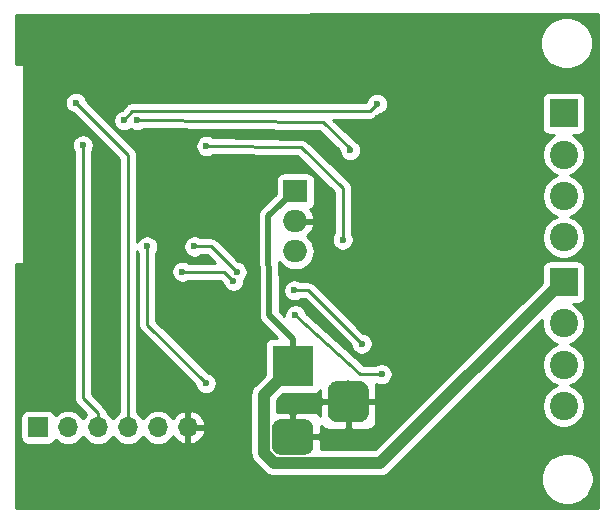
<source format=gbr>
G04 #@! TF.GenerationSoftware,KiCad,Pcbnew,5.1.4-e60b266~84~ubuntu19.04.1*
G04 #@! TF.CreationDate,2019-10-12T14:22:31-07:00*
G04 #@! TF.ProjectId,esp_lights,6573705f-6c69-4676-9874-732e6b696361,rev?*
G04 #@! TF.SameCoordinates,Original*
G04 #@! TF.FileFunction,Copper,L2,Bot*
G04 #@! TF.FilePolarity,Positive*
%FSLAX46Y46*%
G04 Gerber Fmt 4.6, Leading zero omitted, Abs format (unit mm)*
G04 Created by KiCad (PCBNEW 5.1.4-e60b266~84~ubuntu19.04.1) date 2019-10-12 14:22:31*
%MOMM*%
%LPD*%
G04 APERTURE LIST*
%ADD10O,1.700000X1.700000*%
%ADD11R,1.700000X1.700000*%
%ADD12C,0.100000*%
%ADD13C,3.500000*%
%ADD14C,3.000000*%
%ADD15R,3.500000X3.500000*%
%ADD16O,2.000000X1.905000*%
%ADD17R,2.000000X1.905000*%
%ADD18R,2.400000X2.400000*%
%ADD19C,2.400000*%
%ADD20C,0.600000*%
%ADD21C,0.500000*%
%ADD22C,1.000000*%
%ADD23C,0.250000*%
%ADD24C,0.254000*%
G04 APERTURE END LIST*
D10*
X157500000Y-96600000D03*
X154960000Y-96600000D03*
X152420000Y-96600000D03*
X149880000Y-96600000D03*
X147340000Y-96600000D03*
D11*
X144800000Y-96600000D03*
D12*
G36*
X172030765Y-92654213D02*
G01*
X172115704Y-92666813D01*
X172198999Y-92687677D01*
X172279848Y-92716605D01*
X172357472Y-92753319D01*
X172431124Y-92797464D01*
X172500094Y-92848616D01*
X172563718Y-92906282D01*
X172621384Y-92969906D01*
X172672536Y-93038876D01*
X172716681Y-93112528D01*
X172753395Y-93190152D01*
X172782323Y-93271001D01*
X172803187Y-93354296D01*
X172815787Y-93439235D01*
X172820000Y-93525000D01*
X172820000Y-95275000D01*
X172815787Y-95360765D01*
X172803187Y-95445704D01*
X172782323Y-95528999D01*
X172753395Y-95609848D01*
X172716681Y-95687472D01*
X172672536Y-95761124D01*
X172621384Y-95830094D01*
X172563718Y-95893718D01*
X172500094Y-95951384D01*
X172431124Y-96002536D01*
X172357472Y-96046681D01*
X172279848Y-96083395D01*
X172198999Y-96112323D01*
X172115704Y-96133187D01*
X172030765Y-96145787D01*
X171945000Y-96150000D01*
X170195000Y-96150000D01*
X170109235Y-96145787D01*
X170024296Y-96133187D01*
X169941001Y-96112323D01*
X169860152Y-96083395D01*
X169782528Y-96046681D01*
X169708876Y-96002536D01*
X169639906Y-95951384D01*
X169576282Y-95893718D01*
X169518616Y-95830094D01*
X169467464Y-95761124D01*
X169423319Y-95687472D01*
X169386605Y-95609848D01*
X169357677Y-95528999D01*
X169336813Y-95445704D01*
X169324213Y-95360765D01*
X169320000Y-95275000D01*
X169320000Y-93525000D01*
X169324213Y-93439235D01*
X169336813Y-93354296D01*
X169357677Y-93271001D01*
X169386605Y-93190152D01*
X169423319Y-93112528D01*
X169467464Y-93038876D01*
X169518616Y-92969906D01*
X169576282Y-92906282D01*
X169639906Y-92848616D01*
X169708876Y-92797464D01*
X169782528Y-92753319D01*
X169860152Y-92716605D01*
X169941001Y-92687677D01*
X170024296Y-92666813D01*
X170109235Y-92654213D01*
X170195000Y-92650000D01*
X171945000Y-92650000D01*
X172030765Y-92654213D01*
X172030765Y-92654213D01*
G37*
D13*
X171070000Y-94400000D03*
D12*
G36*
X167443513Y-95903611D02*
G01*
X167516318Y-95914411D01*
X167587714Y-95932295D01*
X167657013Y-95957090D01*
X167723548Y-95988559D01*
X167786678Y-96026398D01*
X167845795Y-96070242D01*
X167900330Y-96119670D01*
X167949758Y-96174205D01*
X167993602Y-96233322D01*
X168031441Y-96296452D01*
X168062910Y-96362987D01*
X168087705Y-96432286D01*
X168105589Y-96503682D01*
X168116389Y-96576487D01*
X168120000Y-96650000D01*
X168120000Y-98150000D01*
X168116389Y-98223513D01*
X168105589Y-98296318D01*
X168087705Y-98367714D01*
X168062910Y-98437013D01*
X168031441Y-98503548D01*
X167993602Y-98566678D01*
X167949758Y-98625795D01*
X167900330Y-98680330D01*
X167845795Y-98729758D01*
X167786678Y-98773602D01*
X167723548Y-98811441D01*
X167657013Y-98842910D01*
X167587714Y-98867705D01*
X167516318Y-98885589D01*
X167443513Y-98896389D01*
X167370000Y-98900000D01*
X165370000Y-98900000D01*
X165296487Y-98896389D01*
X165223682Y-98885589D01*
X165152286Y-98867705D01*
X165082987Y-98842910D01*
X165016452Y-98811441D01*
X164953322Y-98773602D01*
X164894205Y-98729758D01*
X164839670Y-98680330D01*
X164790242Y-98625795D01*
X164746398Y-98566678D01*
X164708559Y-98503548D01*
X164677090Y-98437013D01*
X164652295Y-98367714D01*
X164634411Y-98296318D01*
X164623611Y-98223513D01*
X164620000Y-98150000D01*
X164620000Y-96650000D01*
X164623611Y-96576487D01*
X164634411Y-96503682D01*
X164652295Y-96432286D01*
X164677090Y-96362987D01*
X164708559Y-96296452D01*
X164746398Y-96233322D01*
X164790242Y-96174205D01*
X164839670Y-96119670D01*
X164894205Y-96070242D01*
X164953322Y-96026398D01*
X165016452Y-95988559D01*
X165082987Y-95957090D01*
X165152286Y-95932295D01*
X165223682Y-95914411D01*
X165296487Y-95903611D01*
X165370000Y-95900000D01*
X167370000Y-95900000D01*
X167443513Y-95903611D01*
X167443513Y-95903611D01*
G37*
D14*
X166370000Y-97400000D03*
D15*
X166370000Y-91400000D03*
D16*
X166600000Y-81680000D03*
X166600000Y-79140000D03*
D17*
X166600000Y-76600000D03*
D18*
X189300000Y-70000000D03*
D19*
X189300000Y-73500000D03*
X189300000Y-77000000D03*
X189300000Y-80500000D03*
X189300000Y-94800000D03*
X189300000Y-91300000D03*
X189300000Y-87800000D03*
D18*
X189300000Y-84300000D03*
D20*
X160300000Y-63774990D03*
X173600000Y-78000000D03*
X173600000Y-70400000D03*
X174300000Y-62800000D03*
X168800000Y-79500000D03*
X162600000Y-80800000D03*
X184700000Y-72100000D03*
X185000000Y-77300000D03*
X184660000Y-80960000D03*
X184300000Y-87310000D03*
X184540000Y-93660000D03*
X183710000Y-100010000D03*
X166131318Y-71674990D03*
X148600000Y-72700000D03*
X148000000Y-69100000D03*
X173500000Y-69200000D03*
X152100000Y-70600000D03*
X153200000Y-70600000D03*
X171240000Y-73130000D03*
X170600000Y-80700000D03*
X159060000Y-72770000D03*
X172200000Y-89500000D03*
X166500000Y-85000000D03*
X161620000Y-83440000D03*
X158050000Y-81280000D03*
X173900000Y-92100000D03*
X166600000Y-87100000D03*
X161340000Y-84190000D03*
X157030000Y-83410000D03*
X159010000Y-92860000D03*
X154050000Y-81280000D03*
D21*
X166552500Y-76600000D02*
X166600000Y-76600000D01*
X164300000Y-78700000D02*
X166552500Y-76600000D01*
X166370000Y-89150000D02*
X164400000Y-87100000D01*
X164400000Y-87100000D02*
X164300000Y-78700000D01*
X166370000Y-91400000D02*
X166370000Y-89150000D01*
D22*
X163919990Y-98750616D02*
X163919990Y-93850010D01*
X163919990Y-93850010D02*
X166370000Y-91400000D01*
X173799990Y-99600010D02*
X164769384Y-99600010D01*
X164769384Y-99600010D02*
X163919990Y-98750616D01*
X189300000Y-84100000D02*
X173799990Y-99600010D01*
D23*
X148600000Y-94117919D02*
X148600000Y-92540000D01*
X149880000Y-95397919D02*
X148600000Y-94117919D01*
X149880000Y-96600000D02*
X149880000Y-95397919D01*
X148600000Y-92540000D02*
X148600000Y-92700000D01*
X148600000Y-72700000D02*
X148600000Y-92540000D01*
X152420000Y-73520000D02*
X148000000Y-69100000D01*
X152420000Y-96600000D02*
X152420000Y-73520000D01*
X172900000Y-69800000D02*
X173500000Y-69200000D01*
X152800000Y-69800000D02*
X172900000Y-69800000D01*
X152100000Y-70600000D02*
X152800000Y-69800000D01*
X168910000Y-70780000D02*
X153200000Y-70600000D01*
X171290000Y-73010000D02*
X168910000Y-70780000D01*
X170600000Y-78062498D02*
X170600000Y-80700000D01*
X170600000Y-76330000D02*
X170600000Y-78062498D01*
X167040000Y-72900000D02*
X170600000Y-76330000D01*
X159060000Y-72770000D02*
X167040000Y-72900000D01*
X167700000Y-85000000D02*
X166500000Y-85000000D01*
X172200000Y-89500000D02*
X167700000Y-85000000D01*
X159460000Y-81280000D02*
X158050000Y-81280000D01*
X161620000Y-83440000D02*
X159460000Y-81280000D01*
X172100000Y-92100000D02*
X173900000Y-92100000D01*
X166600000Y-87100000D02*
X172100000Y-92100000D01*
X160560000Y-83410000D02*
X157030000Y-83410000D01*
X161340000Y-84190000D02*
X160560000Y-83410000D01*
X154050000Y-87900000D02*
X154050000Y-81280000D01*
X159010000Y-92860000D02*
X154050000Y-87900000D01*
D24*
G36*
X192190001Y-103390561D02*
G01*
X142950000Y-103429439D01*
X142950000Y-95750000D01*
X143311928Y-95750000D01*
X143311928Y-97450000D01*
X143324188Y-97574482D01*
X143360498Y-97694180D01*
X143419463Y-97804494D01*
X143498815Y-97901185D01*
X143595506Y-97980537D01*
X143705820Y-98039502D01*
X143825518Y-98075812D01*
X143950000Y-98088072D01*
X145650000Y-98088072D01*
X145774482Y-98075812D01*
X145894180Y-98039502D01*
X146004494Y-97980537D01*
X146101185Y-97901185D01*
X146180537Y-97804494D01*
X146239502Y-97694180D01*
X146260393Y-97625313D01*
X146284866Y-97655134D01*
X146510986Y-97840706D01*
X146768966Y-97978599D01*
X147048889Y-98063513D01*
X147267050Y-98085000D01*
X147412950Y-98085000D01*
X147631111Y-98063513D01*
X147911034Y-97978599D01*
X148169014Y-97840706D01*
X148395134Y-97655134D01*
X148580706Y-97429014D01*
X148610000Y-97374209D01*
X148639294Y-97429014D01*
X148824866Y-97655134D01*
X149050986Y-97840706D01*
X149308966Y-97978599D01*
X149588889Y-98063513D01*
X149807050Y-98085000D01*
X149952950Y-98085000D01*
X150171111Y-98063513D01*
X150451034Y-97978599D01*
X150709014Y-97840706D01*
X150935134Y-97655134D01*
X151120706Y-97429014D01*
X151150000Y-97374209D01*
X151179294Y-97429014D01*
X151364866Y-97655134D01*
X151590986Y-97840706D01*
X151848966Y-97978599D01*
X152128889Y-98063513D01*
X152347050Y-98085000D01*
X152492950Y-98085000D01*
X152711111Y-98063513D01*
X152991034Y-97978599D01*
X153249014Y-97840706D01*
X153475134Y-97655134D01*
X153660706Y-97429014D01*
X153690000Y-97374209D01*
X153719294Y-97429014D01*
X153904866Y-97655134D01*
X154130986Y-97840706D01*
X154388966Y-97978599D01*
X154668889Y-98063513D01*
X154887050Y-98085000D01*
X155032950Y-98085000D01*
X155251111Y-98063513D01*
X155531034Y-97978599D01*
X155789014Y-97840706D01*
X156015134Y-97655134D01*
X156200706Y-97429014D01*
X156235201Y-97364477D01*
X156304822Y-97481355D01*
X156499731Y-97697588D01*
X156733080Y-97871641D01*
X156995901Y-97996825D01*
X157143110Y-98041476D01*
X157373000Y-97920155D01*
X157373000Y-96727000D01*
X157627000Y-96727000D01*
X157627000Y-97920155D01*
X157856890Y-98041476D01*
X158004099Y-97996825D01*
X158266920Y-97871641D01*
X158500269Y-97697588D01*
X158695178Y-97481355D01*
X158844157Y-97231252D01*
X158941481Y-96956891D01*
X158820814Y-96727000D01*
X157627000Y-96727000D01*
X157373000Y-96727000D01*
X157353000Y-96727000D01*
X157353000Y-96473000D01*
X157373000Y-96473000D01*
X157373000Y-95279845D01*
X157627000Y-95279845D01*
X157627000Y-96473000D01*
X158820814Y-96473000D01*
X158941481Y-96243109D01*
X158844157Y-95968748D01*
X158695178Y-95718645D01*
X158500269Y-95502412D01*
X158266920Y-95328359D01*
X158004099Y-95203175D01*
X157856890Y-95158524D01*
X157627000Y-95279845D01*
X157373000Y-95279845D01*
X157143110Y-95158524D01*
X156995901Y-95203175D01*
X156733080Y-95328359D01*
X156499731Y-95502412D01*
X156304822Y-95718645D01*
X156235201Y-95835523D01*
X156200706Y-95770986D01*
X156015134Y-95544866D01*
X155789014Y-95359294D01*
X155531034Y-95221401D01*
X155251111Y-95136487D01*
X155032950Y-95115000D01*
X154887050Y-95115000D01*
X154668889Y-95136487D01*
X154388966Y-95221401D01*
X154130986Y-95359294D01*
X153904866Y-95544866D01*
X153719294Y-95770986D01*
X153690000Y-95825791D01*
X153660706Y-95770986D01*
X153475134Y-95544866D01*
X153249014Y-95359294D01*
X153180000Y-95322405D01*
X153180000Y-93850010D01*
X162779499Y-93850010D01*
X162784991Y-93905771D01*
X162784990Y-98694864D01*
X162779499Y-98750616D01*
X162784990Y-98806367D01*
X162801413Y-98973114D01*
X162866314Y-99187062D01*
X162971706Y-99384239D01*
X163113541Y-99557065D01*
X163156854Y-99592611D01*
X163927397Y-100363155D01*
X163962935Y-100406459D01*
X164006238Y-100441997D01*
X164006240Y-100441999D01*
X164135761Y-100548294D01*
X164332937Y-100653686D01*
X164546885Y-100718587D01*
X164769384Y-100740501D01*
X164825136Y-100735010D01*
X173744239Y-100735010D01*
X173799990Y-100740501D01*
X173806376Y-100739872D01*
X187365000Y-100739872D01*
X187365000Y-101180128D01*
X187450890Y-101611925D01*
X187619369Y-102018669D01*
X187863962Y-102384729D01*
X188175271Y-102696038D01*
X188541331Y-102940631D01*
X188948075Y-103109110D01*
X189379872Y-103195000D01*
X189820128Y-103195000D01*
X190251925Y-103109110D01*
X190658669Y-102940631D01*
X191024729Y-102696038D01*
X191336038Y-102384729D01*
X191580631Y-102018669D01*
X191749110Y-101611925D01*
X191835000Y-101180128D01*
X191835000Y-100739872D01*
X191749110Y-100308075D01*
X191580631Y-99901331D01*
X191336038Y-99535271D01*
X191024729Y-99223962D01*
X190658669Y-98979369D01*
X190251925Y-98810890D01*
X189820128Y-98725000D01*
X189379872Y-98725000D01*
X188948075Y-98810890D01*
X188541331Y-98979369D01*
X188175271Y-99223962D01*
X187863962Y-99535271D01*
X187619369Y-99901331D01*
X187450890Y-100308075D01*
X187365000Y-100739872D01*
X173806376Y-100739872D01*
X173855741Y-100735010D01*
X173855742Y-100735010D01*
X174022489Y-100718587D01*
X174236437Y-100653686D01*
X174433613Y-100548294D01*
X174606439Y-100406459D01*
X174641986Y-100363145D01*
X187484650Y-87520482D01*
X187465000Y-87619268D01*
X187465000Y-87980732D01*
X187535518Y-88335250D01*
X187673844Y-88669199D01*
X187874662Y-88969744D01*
X188130256Y-89225338D01*
X188430801Y-89426156D01*
X188729787Y-89550000D01*
X188430801Y-89673844D01*
X188130256Y-89874662D01*
X187874662Y-90130256D01*
X187673844Y-90430801D01*
X187535518Y-90764750D01*
X187465000Y-91119268D01*
X187465000Y-91480732D01*
X187535518Y-91835250D01*
X187673844Y-92169199D01*
X187874662Y-92469744D01*
X188130256Y-92725338D01*
X188430801Y-92926156D01*
X188729787Y-93050000D01*
X188430801Y-93173844D01*
X188130256Y-93374662D01*
X187874662Y-93630256D01*
X187673844Y-93930801D01*
X187535518Y-94264750D01*
X187465000Y-94619268D01*
X187465000Y-94980732D01*
X187535518Y-95335250D01*
X187673844Y-95669199D01*
X187874662Y-95969744D01*
X188130256Y-96225338D01*
X188430801Y-96426156D01*
X188764750Y-96564482D01*
X189119268Y-96635000D01*
X189480732Y-96635000D01*
X189835250Y-96564482D01*
X190169199Y-96426156D01*
X190469744Y-96225338D01*
X190725338Y-95969744D01*
X190926156Y-95669199D01*
X191064482Y-95335250D01*
X191135000Y-94980732D01*
X191135000Y-94619268D01*
X191064482Y-94264750D01*
X190926156Y-93930801D01*
X190725338Y-93630256D01*
X190469744Y-93374662D01*
X190169199Y-93173844D01*
X189870213Y-93050000D01*
X190169199Y-92926156D01*
X190469744Y-92725338D01*
X190725338Y-92469744D01*
X190926156Y-92169199D01*
X191064482Y-91835250D01*
X191135000Y-91480732D01*
X191135000Y-91119268D01*
X191064482Y-90764750D01*
X190926156Y-90430801D01*
X190725338Y-90130256D01*
X190469744Y-89874662D01*
X190169199Y-89673844D01*
X189870213Y-89550000D01*
X190169199Y-89426156D01*
X190469744Y-89225338D01*
X190725338Y-88969744D01*
X190926156Y-88669199D01*
X191064482Y-88335250D01*
X191135000Y-87980732D01*
X191135000Y-87619268D01*
X191064482Y-87264750D01*
X190926156Y-86930801D01*
X190725338Y-86630256D01*
X190469744Y-86374662D01*
X190169199Y-86173844D01*
X190082838Y-86138072D01*
X190500000Y-86138072D01*
X190624482Y-86125812D01*
X190744180Y-86089502D01*
X190854494Y-86030537D01*
X190951185Y-85951185D01*
X191030537Y-85854494D01*
X191089502Y-85744180D01*
X191125812Y-85624482D01*
X191138072Y-85500000D01*
X191138072Y-83100000D01*
X191125812Y-82975518D01*
X191089502Y-82855820D01*
X191030537Y-82745506D01*
X190951185Y-82648815D01*
X190854494Y-82569463D01*
X190744180Y-82510498D01*
X190624482Y-82474188D01*
X190500000Y-82461928D01*
X188100000Y-82461928D01*
X187975518Y-82474188D01*
X187855820Y-82510498D01*
X187745506Y-82569463D01*
X187648815Y-82648815D01*
X187569463Y-82745506D01*
X187510498Y-82855820D01*
X187474188Y-82975518D01*
X187461928Y-83100000D01*
X187461928Y-84332940D01*
X173329859Y-98465010D01*
X168756971Y-98465010D01*
X168755000Y-97685750D01*
X168596250Y-97527000D01*
X166497000Y-97527000D01*
X166497000Y-97547000D01*
X166243000Y-97547000D01*
X166243000Y-97527000D01*
X166223000Y-97527000D01*
X166223000Y-97273000D01*
X166243000Y-97273000D01*
X166243000Y-95423750D01*
X166497000Y-95423750D01*
X166497000Y-97273000D01*
X168596250Y-97273000D01*
X168755000Y-97114250D01*
X168756698Y-96443195D01*
X168789463Y-96504494D01*
X168868815Y-96601185D01*
X168965506Y-96680537D01*
X169075820Y-96739502D01*
X169195518Y-96775812D01*
X169320000Y-96788072D01*
X170784250Y-96785000D01*
X170943000Y-96626250D01*
X170943000Y-94527000D01*
X171197000Y-94527000D01*
X171197000Y-96626250D01*
X171355750Y-96785000D01*
X172820000Y-96788072D01*
X172944482Y-96775812D01*
X173064180Y-96739502D01*
X173174494Y-96680537D01*
X173271185Y-96601185D01*
X173350537Y-96504494D01*
X173409502Y-96394180D01*
X173445812Y-96274482D01*
X173458072Y-96150000D01*
X173455000Y-94685750D01*
X173296250Y-94527000D01*
X171197000Y-94527000D01*
X170943000Y-94527000D01*
X168843750Y-94527000D01*
X168685000Y-94685750D01*
X168683069Y-95606367D01*
X168650537Y-95545506D01*
X168571185Y-95448815D01*
X168474494Y-95369463D01*
X168364180Y-95310498D01*
X168244482Y-95274188D01*
X168120000Y-95261928D01*
X166655750Y-95265000D01*
X166497000Y-95423750D01*
X166243000Y-95423750D01*
X166084250Y-95265000D01*
X165054990Y-95262841D01*
X165054990Y-94320141D01*
X165587059Y-93788072D01*
X168120000Y-93788072D01*
X168244482Y-93775812D01*
X168364180Y-93739502D01*
X168474494Y-93680537D01*
X168571185Y-93601185D01*
X168650537Y-93504494D01*
X168683591Y-93442655D01*
X168685000Y-94114250D01*
X168843750Y-94273000D01*
X170943000Y-94273000D01*
X170943000Y-94253000D01*
X171197000Y-94253000D01*
X171197000Y-94273000D01*
X173296250Y-94273000D01*
X173455000Y-94114250D01*
X173457487Y-92928742D01*
X173627271Y-92999068D01*
X173807911Y-93035000D01*
X173992089Y-93035000D01*
X174172729Y-92999068D01*
X174342889Y-92928586D01*
X174496028Y-92826262D01*
X174626262Y-92696028D01*
X174728586Y-92542889D01*
X174799068Y-92372729D01*
X174835000Y-92192089D01*
X174835000Y-92007911D01*
X174799068Y-91827271D01*
X174728586Y-91657111D01*
X174626262Y-91503972D01*
X174496028Y-91373738D01*
X174342889Y-91271414D01*
X174172729Y-91200932D01*
X173992089Y-91165000D01*
X173807911Y-91165000D01*
X173627271Y-91200932D01*
X173457111Y-91271414D01*
X173354465Y-91340000D01*
X172393821Y-91340000D01*
X167514355Y-86904122D01*
X167499068Y-86827271D01*
X167428586Y-86657111D01*
X167326262Y-86503972D01*
X167196028Y-86373738D01*
X167042889Y-86271414D01*
X166872729Y-86200932D01*
X166692089Y-86165000D01*
X166507911Y-86165000D01*
X166327271Y-86200932D01*
X166157111Y-86271414D01*
X166003972Y-86373738D01*
X165873738Y-86503972D01*
X165771414Y-86657111D01*
X165700932Y-86827271D01*
X165665000Y-87007911D01*
X165665000Y-87139126D01*
X165280768Y-86739291D01*
X165258966Y-84907911D01*
X165565000Y-84907911D01*
X165565000Y-85092089D01*
X165600932Y-85272729D01*
X165671414Y-85442889D01*
X165773738Y-85596028D01*
X165903972Y-85726262D01*
X166057111Y-85828586D01*
X166227271Y-85899068D01*
X166407911Y-85935000D01*
X166592089Y-85935000D01*
X166772729Y-85899068D01*
X166942889Y-85828586D01*
X167045535Y-85760000D01*
X167385199Y-85760000D01*
X171276847Y-89651649D01*
X171300932Y-89772729D01*
X171371414Y-89942889D01*
X171473738Y-90096028D01*
X171603972Y-90226262D01*
X171757111Y-90328586D01*
X171927271Y-90399068D01*
X172107911Y-90435000D01*
X172292089Y-90435000D01*
X172472729Y-90399068D01*
X172642889Y-90328586D01*
X172796028Y-90226262D01*
X172926262Y-90096028D01*
X173028586Y-89942889D01*
X173099068Y-89772729D01*
X173135000Y-89592089D01*
X173135000Y-89407911D01*
X173099068Y-89227271D01*
X173028586Y-89057111D01*
X172926262Y-88903972D01*
X172796028Y-88773738D01*
X172642889Y-88671414D01*
X172472729Y-88600932D01*
X172351649Y-88576847D01*
X168263804Y-84489003D01*
X168240001Y-84459999D01*
X168124276Y-84365026D01*
X167992247Y-84294454D01*
X167848986Y-84250997D01*
X167737333Y-84240000D01*
X167737322Y-84240000D01*
X167700000Y-84236324D01*
X167662678Y-84240000D01*
X167045535Y-84240000D01*
X166942889Y-84171414D01*
X166772729Y-84100932D01*
X166592089Y-84065000D01*
X166407911Y-84065000D01*
X166227271Y-84100932D01*
X166057111Y-84171414D01*
X165903972Y-84273738D01*
X165773738Y-84403972D01*
X165671414Y-84557111D01*
X165600932Y-84727271D01*
X165565000Y-84907911D01*
X165258966Y-84907911D01*
X165231161Y-82572335D01*
X165424537Y-82807963D01*
X165666265Y-83006345D01*
X165942051Y-83153755D01*
X166241296Y-83244530D01*
X166474514Y-83267500D01*
X166725486Y-83267500D01*
X166958704Y-83244530D01*
X167257949Y-83153755D01*
X167533735Y-83006345D01*
X167775463Y-82807963D01*
X167973845Y-82566235D01*
X168121255Y-82290449D01*
X168212030Y-81991204D01*
X168242681Y-81680000D01*
X168212030Y-81368796D01*
X168121255Y-81069551D01*
X167973845Y-80793765D01*
X167775463Y-80552037D01*
X167596101Y-80404837D01*
X167781315Y-80249437D01*
X167975969Y-80006923D01*
X168119571Y-79731094D01*
X168190563Y-79512980D01*
X168070594Y-79267000D01*
X166727000Y-79267000D01*
X166727000Y-79287000D01*
X166473000Y-79287000D01*
X166473000Y-79267000D01*
X166453000Y-79267000D01*
X166453000Y-79013000D01*
X166473000Y-79013000D01*
X166473000Y-78993000D01*
X166727000Y-78993000D01*
X166727000Y-79013000D01*
X168070594Y-79013000D01*
X168190563Y-78767020D01*
X168119571Y-78548906D01*
X167975969Y-78273077D01*
X167862781Y-78132059D01*
X167954494Y-78083037D01*
X168051185Y-78003685D01*
X168130537Y-77906994D01*
X168189502Y-77796680D01*
X168225812Y-77676982D01*
X168238072Y-77552500D01*
X168238072Y-75647500D01*
X168225812Y-75523018D01*
X168189502Y-75403320D01*
X168130537Y-75293006D01*
X168051185Y-75196315D01*
X167954494Y-75116963D01*
X167844180Y-75057998D01*
X167724482Y-75021688D01*
X167600000Y-75009428D01*
X165600000Y-75009428D01*
X165475518Y-75021688D01*
X165355820Y-75057998D01*
X165245506Y-75116963D01*
X165148815Y-75196315D01*
X165069463Y-75293006D01*
X165010498Y-75403320D01*
X164974188Y-75523018D01*
X164961928Y-75647500D01*
X164961928Y-76872934D01*
X163713098Y-78037215D01*
X163663743Y-78078713D01*
X163622239Y-78130531D01*
X163578343Y-78180353D01*
X163567840Y-78198449D01*
X163554761Y-78214778D01*
X163524162Y-78273702D01*
X163490832Y-78331127D01*
X163484060Y-78350926D01*
X163474419Y-78369492D01*
X163455906Y-78433242D01*
X163434415Y-78496076D01*
X163431636Y-78516814D01*
X163425802Y-78536905D01*
X163420081Y-78603053D01*
X163411264Y-78668862D01*
X163415334Y-78733223D01*
X163514378Y-87052945D01*
X163510895Y-87082307D01*
X163515413Y-87139914D01*
X163515581Y-87154008D01*
X163518810Y-87183222D01*
X163524526Y-87256102D01*
X163528375Y-87269763D01*
X163529933Y-87283860D01*
X163551976Y-87353529D01*
X163571803Y-87423899D01*
X163578242Y-87436545D01*
X163582521Y-87450068D01*
X163617733Y-87514101D01*
X163650906Y-87579249D01*
X163659687Y-87590393D01*
X163666523Y-87602825D01*
X163713557Y-87658764D01*
X163731759Y-87681866D01*
X163741530Y-87692034D01*
X163778713Y-87736257D01*
X163801789Y-87754740D01*
X165009916Y-89011928D01*
X164620000Y-89011928D01*
X164495518Y-89024188D01*
X164375820Y-89060498D01*
X164265506Y-89119463D01*
X164168815Y-89198815D01*
X164089463Y-89295506D01*
X164030498Y-89405820D01*
X163994188Y-89525518D01*
X163981928Y-89650000D01*
X163981928Y-92182941D01*
X163156850Y-93008019D01*
X163113542Y-93043561D01*
X162971707Y-93216387D01*
X162932893Y-93289003D01*
X162866314Y-93413564D01*
X162801413Y-93627512D01*
X162779499Y-93850010D01*
X153180000Y-93850010D01*
X153180000Y-81622906D01*
X153221414Y-81722889D01*
X153290001Y-81825537D01*
X153290000Y-87862677D01*
X153286324Y-87900000D01*
X153290000Y-87937322D01*
X153290000Y-87937332D01*
X153300997Y-88048985D01*
X153344454Y-88192246D01*
X153415026Y-88324276D01*
X153454871Y-88372826D01*
X153509999Y-88440001D01*
X153539003Y-88463804D01*
X158086847Y-93011649D01*
X158110932Y-93132729D01*
X158181414Y-93302889D01*
X158283738Y-93456028D01*
X158413972Y-93586262D01*
X158567111Y-93688586D01*
X158737271Y-93759068D01*
X158917911Y-93795000D01*
X159102089Y-93795000D01*
X159282729Y-93759068D01*
X159452889Y-93688586D01*
X159606028Y-93586262D01*
X159736262Y-93456028D01*
X159838586Y-93302889D01*
X159909068Y-93132729D01*
X159945000Y-92952089D01*
X159945000Y-92767911D01*
X159909068Y-92587271D01*
X159838586Y-92417111D01*
X159736262Y-92263972D01*
X159606028Y-92133738D01*
X159452889Y-92031414D01*
X159282729Y-91960932D01*
X159161649Y-91936847D01*
X154810000Y-87585199D01*
X154810000Y-83317911D01*
X156095000Y-83317911D01*
X156095000Y-83502089D01*
X156130932Y-83682729D01*
X156201414Y-83852889D01*
X156303738Y-84006028D01*
X156433972Y-84136262D01*
X156587111Y-84238586D01*
X156757271Y-84309068D01*
X156937911Y-84345000D01*
X157122089Y-84345000D01*
X157302729Y-84309068D01*
X157472889Y-84238586D01*
X157575535Y-84170000D01*
X160245199Y-84170000D01*
X160416847Y-84341649D01*
X160440932Y-84462729D01*
X160511414Y-84632889D01*
X160613738Y-84786028D01*
X160743972Y-84916262D01*
X160897111Y-85018586D01*
X161067271Y-85089068D01*
X161247911Y-85125000D01*
X161432089Y-85125000D01*
X161612729Y-85089068D01*
X161782889Y-85018586D01*
X161936028Y-84916262D01*
X162066262Y-84786028D01*
X162168586Y-84632889D01*
X162239068Y-84462729D01*
X162275000Y-84282089D01*
X162275000Y-84107290D01*
X162346262Y-84036028D01*
X162448586Y-83882889D01*
X162519068Y-83712729D01*
X162555000Y-83532089D01*
X162555000Y-83347911D01*
X162519068Y-83167271D01*
X162448586Y-82997111D01*
X162346262Y-82843972D01*
X162216028Y-82713738D01*
X162062889Y-82611414D01*
X161892729Y-82540932D01*
X161771649Y-82516847D01*
X160023804Y-80769003D01*
X160000001Y-80739999D01*
X159884276Y-80645026D01*
X159752247Y-80574454D01*
X159608986Y-80530997D01*
X159497333Y-80520000D01*
X159497322Y-80520000D01*
X159460000Y-80516324D01*
X159422678Y-80520000D01*
X158595535Y-80520000D01*
X158492889Y-80451414D01*
X158322729Y-80380932D01*
X158142089Y-80345000D01*
X157957911Y-80345000D01*
X157777271Y-80380932D01*
X157607111Y-80451414D01*
X157453972Y-80553738D01*
X157323738Y-80683972D01*
X157221414Y-80837111D01*
X157150932Y-81007271D01*
X157115000Y-81187911D01*
X157115000Y-81372089D01*
X157150932Y-81552729D01*
X157221414Y-81722889D01*
X157323738Y-81876028D01*
X157453972Y-82006262D01*
X157607111Y-82108586D01*
X157777271Y-82179068D01*
X157957911Y-82215000D01*
X158142089Y-82215000D01*
X158322729Y-82179068D01*
X158492889Y-82108586D01*
X158595535Y-82040000D01*
X159145199Y-82040000D01*
X159755199Y-82650000D01*
X157575535Y-82650000D01*
X157472889Y-82581414D01*
X157302729Y-82510932D01*
X157122089Y-82475000D01*
X156937911Y-82475000D01*
X156757271Y-82510932D01*
X156587111Y-82581414D01*
X156433972Y-82683738D01*
X156303738Y-82813972D01*
X156201414Y-82967111D01*
X156130932Y-83137271D01*
X156095000Y-83317911D01*
X154810000Y-83317911D01*
X154810000Y-81825535D01*
X154878586Y-81722889D01*
X154949068Y-81552729D01*
X154985000Y-81372089D01*
X154985000Y-81187911D01*
X154949068Y-81007271D01*
X154878586Y-80837111D01*
X154776262Y-80683972D01*
X154646028Y-80553738D01*
X154492889Y-80451414D01*
X154322729Y-80380932D01*
X154142089Y-80345000D01*
X153957911Y-80345000D01*
X153777271Y-80380932D01*
X153607111Y-80451414D01*
X153453972Y-80553738D01*
X153323738Y-80683972D01*
X153221414Y-80837111D01*
X153180000Y-80937094D01*
X153180000Y-73557323D01*
X153183676Y-73520000D01*
X153180000Y-73482677D01*
X153180000Y-73482667D01*
X153169003Y-73371014D01*
X153125546Y-73227753D01*
X153054974Y-73095723D01*
X152983799Y-73008997D01*
X152960001Y-72979999D01*
X152931003Y-72956201D01*
X152652713Y-72677911D01*
X158125000Y-72677911D01*
X158125000Y-72862089D01*
X158160932Y-73042729D01*
X158231414Y-73212889D01*
X158333738Y-73366028D01*
X158463972Y-73496262D01*
X158617111Y-73598586D01*
X158787271Y-73669068D01*
X158967911Y-73705000D01*
X159152089Y-73705000D01*
X159332729Y-73669068D01*
X159502889Y-73598586D01*
X159592404Y-73538774D01*
X166728279Y-73655022D01*
X169840000Y-76653113D01*
X169840001Y-78025156D01*
X169840000Y-78025166D01*
X169840001Y-80154463D01*
X169771414Y-80257111D01*
X169700932Y-80427271D01*
X169665000Y-80607911D01*
X169665000Y-80792089D01*
X169700932Y-80972729D01*
X169771414Y-81142889D01*
X169873738Y-81296028D01*
X170003972Y-81426262D01*
X170157111Y-81528586D01*
X170327271Y-81599068D01*
X170507911Y-81635000D01*
X170692089Y-81635000D01*
X170872729Y-81599068D01*
X171042889Y-81528586D01*
X171196028Y-81426262D01*
X171326262Y-81296028D01*
X171428586Y-81142889D01*
X171499068Y-80972729D01*
X171535000Y-80792089D01*
X171535000Y-80607911D01*
X171499068Y-80427271D01*
X171428586Y-80257111D01*
X171360000Y-80154465D01*
X171360000Y-76360239D01*
X171363544Y-76315799D01*
X171355653Y-76248527D01*
X171349003Y-76181014D01*
X171346932Y-76174186D01*
X171346102Y-76167112D01*
X171325238Y-76102670D01*
X171305546Y-76037753D01*
X171302184Y-76031463D01*
X171299989Y-76024684D01*
X171266938Y-75965523D01*
X171234974Y-75905724D01*
X171230451Y-75900213D01*
X171226974Y-75893989D01*
X171182988Y-75842379D01*
X171140001Y-75789999D01*
X171105539Y-75761717D01*
X167603777Y-72387830D01*
X167588725Y-72368867D01*
X167549999Y-72336015D01*
X167540430Y-72326796D01*
X167521522Y-72311858D01*
X167474562Y-72272022D01*
X167462882Y-72265532D01*
X167452395Y-72257247D01*
X167397547Y-72229228D01*
X167343700Y-72199308D01*
X167330975Y-72195221D01*
X167319076Y-72189142D01*
X167259809Y-72172361D01*
X167201166Y-72153524D01*
X167187890Y-72151998D01*
X167175032Y-72148357D01*
X167113651Y-72143462D01*
X167089707Y-72140709D01*
X167076415Y-72140492D01*
X167025800Y-72136456D01*
X167001758Y-72139276D01*
X159619014Y-72019006D01*
X159502889Y-71941414D01*
X159332729Y-71870932D01*
X159152089Y-71835000D01*
X158967911Y-71835000D01*
X158787271Y-71870932D01*
X158617111Y-71941414D01*
X158463972Y-72043738D01*
X158333738Y-72173972D01*
X158231414Y-72327111D01*
X158160932Y-72497271D01*
X158125000Y-72677911D01*
X152652713Y-72677911D01*
X150482713Y-70507911D01*
X151165000Y-70507911D01*
X151165000Y-70692089D01*
X151200932Y-70872729D01*
X151271414Y-71042889D01*
X151373738Y-71196028D01*
X151503972Y-71326262D01*
X151657111Y-71428586D01*
X151827271Y-71499068D01*
X152007911Y-71535000D01*
X152192089Y-71535000D01*
X152372729Y-71499068D01*
X152542889Y-71428586D01*
X152650000Y-71357017D01*
X152757111Y-71428586D01*
X152927271Y-71499068D01*
X153107911Y-71535000D01*
X153292089Y-71535000D01*
X153472729Y-71499068D01*
X153642889Y-71428586D01*
X153736266Y-71366194D01*
X168605917Y-71536565D01*
X170305000Y-73128563D01*
X170305000Y-73222089D01*
X170340932Y-73402729D01*
X170411414Y-73572889D01*
X170513738Y-73726028D01*
X170643972Y-73856262D01*
X170797111Y-73958586D01*
X170967271Y-74029068D01*
X171147911Y-74065000D01*
X171332089Y-74065000D01*
X171512729Y-74029068D01*
X171682889Y-73958586D01*
X171836028Y-73856262D01*
X171966262Y-73726028D01*
X172068586Y-73572889D01*
X172139068Y-73402729D01*
X172175000Y-73222089D01*
X172175000Y-73037911D01*
X172139068Y-72857271D01*
X172068586Y-72687111D01*
X171966262Y-72533972D01*
X171836028Y-72403738D01*
X171682889Y-72301414D01*
X171615496Y-72273499D01*
X169786739Y-70560000D01*
X172862678Y-70560000D01*
X172900000Y-70563676D01*
X172937322Y-70560000D01*
X172937333Y-70560000D01*
X173048986Y-70549003D01*
X173192247Y-70505546D01*
X173324276Y-70434974D01*
X173440001Y-70340001D01*
X173463803Y-70310998D01*
X173651649Y-70123153D01*
X173772729Y-70099068D01*
X173942889Y-70028586D01*
X174096028Y-69926262D01*
X174226262Y-69796028D01*
X174328586Y-69642889D01*
X174399068Y-69472729D01*
X174435000Y-69292089D01*
X174435000Y-69107911D01*
X174399068Y-68927271D01*
X174346352Y-68800000D01*
X187461928Y-68800000D01*
X187461928Y-71200000D01*
X187474188Y-71324482D01*
X187510498Y-71444180D01*
X187569463Y-71554494D01*
X187648815Y-71651185D01*
X187745506Y-71730537D01*
X187855820Y-71789502D01*
X187975518Y-71825812D01*
X188100000Y-71838072D01*
X188517162Y-71838072D01*
X188430801Y-71873844D01*
X188130256Y-72074662D01*
X187874662Y-72330256D01*
X187673844Y-72630801D01*
X187535518Y-72964750D01*
X187465000Y-73319268D01*
X187465000Y-73680732D01*
X187535518Y-74035250D01*
X187673844Y-74369199D01*
X187874662Y-74669744D01*
X188130256Y-74925338D01*
X188430801Y-75126156D01*
X188729787Y-75250000D01*
X188430801Y-75373844D01*
X188130256Y-75574662D01*
X187874662Y-75830256D01*
X187673844Y-76130801D01*
X187535518Y-76464750D01*
X187465000Y-76819268D01*
X187465000Y-77180732D01*
X187535518Y-77535250D01*
X187673844Y-77869199D01*
X187874662Y-78169744D01*
X188130256Y-78425338D01*
X188430801Y-78626156D01*
X188729787Y-78750000D01*
X188430801Y-78873844D01*
X188130256Y-79074662D01*
X187874662Y-79330256D01*
X187673844Y-79630801D01*
X187535518Y-79964750D01*
X187465000Y-80319268D01*
X187465000Y-80680732D01*
X187535518Y-81035250D01*
X187673844Y-81369199D01*
X187874662Y-81669744D01*
X188130256Y-81925338D01*
X188430801Y-82126156D01*
X188764750Y-82264482D01*
X189119268Y-82335000D01*
X189480732Y-82335000D01*
X189835250Y-82264482D01*
X190169199Y-82126156D01*
X190469744Y-81925338D01*
X190725338Y-81669744D01*
X190926156Y-81369199D01*
X191064482Y-81035250D01*
X191135000Y-80680732D01*
X191135000Y-80319268D01*
X191064482Y-79964750D01*
X190926156Y-79630801D01*
X190725338Y-79330256D01*
X190469744Y-79074662D01*
X190169199Y-78873844D01*
X189870213Y-78750000D01*
X190169199Y-78626156D01*
X190469744Y-78425338D01*
X190725338Y-78169744D01*
X190926156Y-77869199D01*
X191064482Y-77535250D01*
X191135000Y-77180732D01*
X191135000Y-76819268D01*
X191064482Y-76464750D01*
X190926156Y-76130801D01*
X190725338Y-75830256D01*
X190469744Y-75574662D01*
X190169199Y-75373844D01*
X189870213Y-75250000D01*
X190169199Y-75126156D01*
X190469744Y-74925338D01*
X190725338Y-74669744D01*
X190926156Y-74369199D01*
X191064482Y-74035250D01*
X191135000Y-73680732D01*
X191135000Y-73319268D01*
X191064482Y-72964750D01*
X190926156Y-72630801D01*
X190725338Y-72330256D01*
X190469744Y-72074662D01*
X190169199Y-71873844D01*
X190082838Y-71838072D01*
X190500000Y-71838072D01*
X190624482Y-71825812D01*
X190744180Y-71789502D01*
X190854494Y-71730537D01*
X190951185Y-71651185D01*
X191030537Y-71554494D01*
X191089502Y-71444180D01*
X191125812Y-71324482D01*
X191138072Y-71200000D01*
X191138072Y-68800000D01*
X191125812Y-68675518D01*
X191089502Y-68555820D01*
X191030537Y-68445506D01*
X190951185Y-68348815D01*
X190854494Y-68269463D01*
X190744180Y-68210498D01*
X190624482Y-68174188D01*
X190500000Y-68161928D01*
X188100000Y-68161928D01*
X187975518Y-68174188D01*
X187855820Y-68210498D01*
X187745506Y-68269463D01*
X187648815Y-68348815D01*
X187569463Y-68445506D01*
X187510498Y-68555820D01*
X187474188Y-68675518D01*
X187461928Y-68800000D01*
X174346352Y-68800000D01*
X174328586Y-68757111D01*
X174226262Y-68603972D01*
X174096028Y-68473738D01*
X173942889Y-68371414D01*
X173772729Y-68300932D01*
X173592089Y-68265000D01*
X173407911Y-68265000D01*
X173227271Y-68300932D01*
X173057111Y-68371414D01*
X172903972Y-68473738D01*
X172773738Y-68603972D01*
X172671414Y-68757111D01*
X172600932Y-68927271D01*
X172578509Y-69040000D01*
X152811983Y-69040000D01*
X152749201Y-69038015D01*
X152700332Y-69046140D01*
X152651014Y-69050997D01*
X152626638Y-69058391D01*
X152601521Y-69062567D01*
X152555179Y-69080068D01*
X152507753Y-69094454D01*
X152485291Y-69106461D01*
X152461468Y-69115457D01*
X152419421Y-69141669D01*
X152375724Y-69165026D01*
X152356037Y-69181183D01*
X152334426Y-69194655D01*
X152298300Y-69228566D01*
X152259999Y-69259999D01*
X152220148Y-69308558D01*
X151887262Y-69688999D01*
X151827271Y-69700932D01*
X151657111Y-69771414D01*
X151503972Y-69873738D01*
X151373738Y-70003972D01*
X151271414Y-70157111D01*
X151200932Y-70327271D01*
X151165000Y-70507911D01*
X150482713Y-70507911D01*
X148923153Y-68948352D01*
X148899068Y-68827271D01*
X148828586Y-68657111D01*
X148726262Y-68503972D01*
X148596028Y-68373738D01*
X148442889Y-68271414D01*
X148272729Y-68200932D01*
X148092089Y-68165000D01*
X147907911Y-68165000D01*
X147727271Y-68200932D01*
X147557111Y-68271414D01*
X147403972Y-68373738D01*
X147273738Y-68503972D01*
X147171414Y-68657111D01*
X147100932Y-68827271D01*
X147065000Y-69007911D01*
X147065000Y-69192089D01*
X147100932Y-69372729D01*
X147171414Y-69542889D01*
X147273738Y-69696028D01*
X147403972Y-69826262D01*
X147557111Y-69928586D01*
X147727271Y-69999068D01*
X147848352Y-70023153D01*
X151660001Y-73834803D01*
X151660000Y-95322405D01*
X151590986Y-95359294D01*
X151364866Y-95544866D01*
X151179294Y-95770986D01*
X151150000Y-95825791D01*
X151120706Y-95770986D01*
X150935134Y-95544866D01*
X150709014Y-95359294D01*
X150636031Y-95320284D01*
X150629003Y-95248933D01*
X150585546Y-95105672D01*
X150514974Y-94973643D01*
X150420001Y-94857918D01*
X150391003Y-94834120D01*
X149360000Y-93803118D01*
X149360000Y-73245535D01*
X149428586Y-73142889D01*
X149499068Y-72972729D01*
X149535000Y-72792089D01*
X149535000Y-72607911D01*
X149499068Y-72427271D01*
X149428586Y-72257111D01*
X149326262Y-72103972D01*
X149196028Y-71973738D01*
X149042889Y-71871414D01*
X148872729Y-71800932D01*
X148692089Y-71765000D01*
X148507911Y-71765000D01*
X148327271Y-71800932D01*
X148157111Y-71871414D01*
X148003972Y-71973738D01*
X147873738Y-72103972D01*
X147771414Y-72257111D01*
X147700932Y-72427271D01*
X147665000Y-72607911D01*
X147665000Y-72792089D01*
X147700932Y-72972729D01*
X147771414Y-73142889D01*
X147840000Y-73245535D01*
X147840001Y-92502658D01*
X147840000Y-92502668D01*
X147840000Y-92737333D01*
X147840001Y-92737342D01*
X147840000Y-94080596D01*
X147836324Y-94117919D01*
X147840000Y-94155241D01*
X147840000Y-94155251D01*
X147850997Y-94266904D01*
X147894454Y-94410165D01*
X147965026Y-94542195D01*
X148004871Y-94590745D01*
X148059999Y-94657920D01*
X148089003Y-94681723D01*
X148894774Y-95487494D01*
X148824866Y-95544866D01*
X148639294Y-95770986D01*
X148610000Y-95825791D01*
X148580706Y-95770986D01*
X148395134Y-95544866D01*
X148169014Y-95359294D01*
X147911034Y-95221401D01*
X147631111Y-95136487D01*
X147412950Y-95115000D01*
X147267050Y-95115000D01*
X147048889Y-95136487D01*
X146768966Y-95221401D01*
X146510986Y-95359294D01*
X146284866Y-95544866D01*
X146260393Y-95574687D01*
X146239502Y-95505820D01*
X146180537Y-95395506D01*
X146101185Y-95298815D01*
X146004494Y-95219463D01*
X145894180Y-95160498D01*
X145774482Y-95124188D01*
X145650000Y-95111928D01*
X143950000Y-95111928D01*
X143825518Y-95124188D01*
X143705820Y-95160498D01*
X143595506Y-95219463D01*
X143498815Y-95298815D01*
X143419463Y-95395506D01*
X143360498Y-95505820D01*
X143324188Y-95625518D01*
X143311928Y-95750000D01*
X142950000Y-95750000D01*
X142950000Y-82727000D01*
X143500000Y-82727000D01*
X143524776Y-82724560D01*
X143548601Y-82717333D01*
X143570557Y-82705597D01*
X143589803Y-82689803D01*
X143605597Y-82670557D01*
X143617333Y-82648601D01*
X143624560Y-82624776D01*
X143627000Y-82600000D01*
X143627000Y-66000000D01*
X143624560Y-65975224D01*
X143617333Y-65951399D01*
X143605597Y-65929443D01*
X143589803Y-65910197D01*
X143570557Y-65894403D01*
X143548601Y-65882667D01*
X143524776Y-65875440D01*
X143500000Y-65873000D01*
X142950000Y-65873000D01*
X142950000Y-63839872D01*
X187295000Y-63839872D01*
X187295000Y-64280128D01*
X187380890Y-64711925D01*
X187549369Y-65118669D01*
X187793962Y-65484729D01*
X188105271Y-65796038D01*
X188471331Y-66040631D01*
X188878075Y-66209110D01*
X189309872Y-66295000D01*
X189750128Y-66295000D01*
X190181925Y-66209110D01*
X190588669Y-66040631D01*
X190954729Y-65796038D01*
X191266038Y-65484729D01*
X191510631Y-65118669D01*
X191679110Y-64711925D01*
X191765000Y-64280128D01*
X191765000Y-63839872D01*
X191679110Y-63408075D01*
X191510631Y-63001331D01*
X191266038Y-62635271D01*
X190954729Y-62323962D01*
X190588669Y-62079369D01*
X190181925Y-61910890D01*
X189750128Y-61825000D01*
X189309872Y-61825000D01*
X188878075Y-61910890D01*
X188471331Y-62079369D01*
X188105271Y-62323962D01*
X187793962Y-62635271D01*
X187549369Y-63001331D01*
X187380890Y-63408075D01*
X187295000Y-63839872D01*
X142950000Y-63839872D01*
X142950000Y-61669159D01*
X192190000Y-61610841D01*
X192190001Y-103390561D01*
X192190001Y-103390561D01*
G37*
X192190001Y-103390561D02*
X142950000Y-103429439D01*
X142950000Y-95750000D01*
X143311928Y-95750000D01*
X143311928Y-97450000D01*
X143324188Y-97574482D01*
X143360498Y-97694180D01*
X143419463Y-97804494D01*
X143498815Y-97901185D01*
X143595506Y-97980537D01*
X143705820Y-98039502D01*
X143825518Y-98075812D01*
X143950000Y-98088072D01*
X145650000Y-98088072D01*
X145774482Y-98075812D01*
X145894180Y-98039502D01*
X146004494Y-97980537D01*
X146101185Y-97901185D01*
X146180537Y-97804494D01*
X146239502Y-97694180D01*
X146260393Y-97625313D01*
X146284866Y-97655134D01*
X146510986Y-97840706D01*
X146768966Y-97978599D01*
X147048889Y-98063513D01*
X147267050Y-98085000D01*
X147412950Y-98085000D01*
X147631111Y-98063513D01*
X147911034Y-97978599D01*
X148169014Y-97840706D01*
X148395134Y-97655134D01*
X148580706Y-97429014D01*
X148610000Y-97374209D01*
X148639294Y-97429014D01*
X148824866Y-97655134D01*
X149050986Y-97840706D01*
X149308966Y-97978599D01*
X149588889Y-98063513D01*
X149807050Y-98085000D01*
X149952950Y-98085000D01*
X150171111Y-98063513D01*
X150451034Y-97978599D01*
X150709014Y-97840706D01*
X150935134Y-97655134D01*
X151120706Y-97429014D01*
X151150000Y-97374209D01*
X151179294Y-97429014D01*
X151364866Y-97655134D01*
X151590986Y-97840706D01*
X151848966Y-97978599D01*
X152128889Y-98063513D01*
X152347050Y-98085000D01*
X152492950Y-98085000D01*
X152711111Y-98063513D01*
X152991034Y-97978599D01*
X153249014Y-97840706D01*
X153475134Y-97655134D01*
X153660706Y-97429014D01*
X153690000Y-97374209D01*
X153719294Y-97429014D01*
X153904866Y-97655134D01*
X154130986Y-97840706D01*
X154388966Y-97978599D01*
X154668889Y-98063513D01*
X154887050Y-98085000D01*
X155032950Y-98085000D01*
X155251111Y-98063513D01*
X155531034Y-97978599D01*
X155789014Y-97840706D01*
X156015134Y-97655134D01*
X156200706Y-97429014D01*
X156235201Y-97364477D01*
X156304822Y-97481355D01*
X156499731Y-97697588D01*
X156733080Y-97871641D01*
X156995901Y-97996825D01*
X157143110Y-98041476D01*
X157373000Y-97920155D01*
X157373000Y-96727000D01*
X157627000Y-96727000D01*
X157627000Y-97920155D01*
X157856890Y-98041476D01*
X158004099Y-97996825D01*
X158266920Y-97871641D01*
X158500269Y-97697588D01*
X158695178Y-97481355D01*
X158844157Y-97231252D01*
X158941481Y-96956891D01*
X158820814Y-96727000D01*
X157627000Y-96727000D01*
X157373000Y-96727000D01*
X157353000Y-96727000D01*
X157353000Y-96473000D01*
X157373000Y-96473000D01*
X157373000Y-95279845D01*
X157627000Y-95279845D01*
X157627000Y-96473000D01*
X158820814Y-96473000D01*
X158941481Y-96243109D01*
X158844157Y-95968748D01*
X158695178Y-95718645D01*
X158500269Y-95502412D01*
X158266920Y-95328359D01*
X158004099Y-95203175D01*
X157856890Y-95158524D01*
X157627000Y-95279845D01*
X157373000Y-95279845D01*
X157143110Y-95158524D01*
X156995901Y-95203175D01*
X156733080Y-95328359D01*
X156499731Y-95502412D01*
X156304822Y-95718645D01*
X156235201Y-95835523D01*
X156200706Y-95770986D01*
X156015134Y-95544866D01*
X155789014Y-95359294D01*
X155531034Y-95221401D01*
X155251111Y-95136487D01*
X155032950Y-95115000D01*
X154887050Y-95115000D01*
X154668889Y-95136487D01*
X154388966Y-95221401D01*
X154130986Y-95359294D01*
X153904866Y-95544866D01*
X153719294Y-95770986D01*
X153690000Y-95825791D01*
X153660706Y-95770986D01*
X153475134Y-95544866D01*
X153249014Y-95359294D01*
X153180000Y-95322405D01*
X153180000Y-93850010D01*
X162779499Y-93850010D01*
X162784991Y-93905771D01*
X162784990Y-98694864D01*
X162779499Y-98750616D01*
X162784990Y-98806367D01*
X162801413Y-98973114D01*
X162866314Y-99187062D01*
X162971706Y-99384239D01*
X163113541Y-99557065D01*
X163156854Y-99592611D01*
X163927397Y-100363155D01*
X163962935Y-100406459D01*
X164006238Y-100441997D01*
X164006240Y-100441999D01*
X164135761Y-100548294D01*
X164332937Y-100653686D01*
X164546885Y-100718587D01*
X164769384Y-100740501D01*
X164825136Y-100735010D01*
X173744239Y-100735010D01*
X173799990Y-100740501D01*
X173806376Y-100739872D01*
X187365000Y-100739872D01*
X187365000Y-101180128D01*
X187450890Y-101611925D01*
X187619369Y-102018669D01*
X187863962Y-102384729D01*
X188175271Y-102696038D01*
X188541331Y-102940631D01*
X188948075Y-103109110D01*
X189379872Y-103195000D01*
X189820128Y-103195000D01*
X190251925Y-103109110D01*
X190658669Y-102940631D01*
X191024729Y-102696038D01*
X191336038Y-102384729D01*
X191580631Y-102018669D01*
X191749110Y-101611925D01*
X191835000Y-101180128D01*
X191835000Y-100739872D01*
X191749110Y-100308075D01*
X191580631Y-99901331D01*
X191336038Y-99535271D01*
X191024729Y-99223962D01*
X190658669Y-98979369D01*
X190251925Y-98810890D01*
X189820128Y-98725000D01*
X189379872Y-98725000D01*
X188948075Y-98810890D01*
X188541331Y-98979369D01*
X188175271Y-99223962D01*
X187863962Y-99535271D01*
X187619369Y-99901331D01*
X187450890Y-100308075D01*
X187365000Y-100739872D01*
X173806376Y-100739872D01*
X173855741Y-100735010D01*
X173855742Y-100735010D01*
X174022489Y-100718587D01*
X174236437Y-100653686D01*
X174433613Y-100548294D01*
X174606439Y-100406459D01*
X174641986Y-100363145D01*
X187484650Y-87520482D01*
X187465000Y-87619268D01*
X187465000Y-87980732D01*
X187535518Y-88335250D01*
X187673844Y-88669199D01*
X187874662Y-88969744D01*
X188130256Y-89225338D01*
X188430801Y-89426156D01*
X188729787Y-89550000D01*
X188430801Y-89673844D01*
X188130256Y-89874662D01*
X187874662Y-90130256D01*
X187673844Y-90430801D01*
X187535518Y-90764750D01*
X187465000Y-91119268D01*
X187465000Y-91480732D01*
X187535518Y-91835250D01*
X187673844Y-92169199D01*
X187874662Y-92469744D01*
X188130256Y-92725338D01*
X188430801Y-92926156D01*
X188729787Y-93050000D01*
X188430801Y-93173844D01*
X188130256Y-93374662D01*
X187874662Y-93630256D01*
X187673844Y-93930801D01*
X187535518Y-94264750D01*
X187465000Y-94619268D01*
X187465000Y-94980732D01*
X187535518Y-95335250D01*
X187673844Y-95669199D01*
X187874662Y-95969744D01*
X188130256Y-96225338D01*
X188430801Y-96426156D01*
X188764750Y-96564482D01*
X189119268Y-96635000D01*
X189480732Y-96635000D01*
X189835250Y-96564482D01*
X190169199Y-96426156D01*
X190469744Y-96225338D01*
X190725338Y-95969744D01*
X190926156Y-95669199D01*
X191064482Y-95335250D01*
X191135000Y-94980732D01*
X191135000Y-94619268D01*
X191064482Y-94264750D01*
X190926156Y-93930801D01*
X190725338Y-93630256D01*
X190469744Y-93374662D01*
X190169199Y-93173844D01*
X189870213Y-93050000D01*
X190169199Y-92926156D01*
X190469744Y-92725338D01*
X190725338Y-92469744D01*
X190926156Y-92169199D01*
X191064482Y-91835250D01*
X191135000Y-91480732D01*
X191135000Y-91119268D01*
X191064482Y-90764750D01*
X190926156Y-90430801D01*
X190725338Y-90130256D01*
X190469744Y-89874662D01*
X190169199Y-89673844D01*
X189870213Y-89550000D01*
X190169199Y-89426156D01*
X190469744Y-89225338D01*
X190725338Y-88969744D01*
X190926156Y-88669199D01*
X191064482Y-88335250D01*
X191135000Y-87980732D01*
X191135000Y-87619268D01*
X191064482Y-87264750D01*
X190926156Y-86930801D01*
X190725338Y-86630256D01*
X190469744Y-86374662D01*
X190169199Y-86173844D01*
X190082838Y-86138072D01*
X190500000Y-86138072D01*
X190624482Y-86125812D01*
X190744180Y-86089502D01*
X190854494Y-86030537D01*
X190951185Y-85951185D01*
X191030537Y-85854494D01*
X191089502Y-85744180D01*
X191125812Y-85624482D01*
X191138072Y-85500000D01*
X191138072Y-83100000D01*
X191125812Y-82975518D01*
X191089502Y-82855820D01*
X191030537Y-82745506D01*
X190951185Y-82648815D01*
X190854494Y-82569463D01*
X190744180Y-82510498D01*
X190624482Y-82474188D01*
X190500000Y-82461928D01*
X188100000Y-82461928D01*
X187975518Y-82474188D01*
X187855820Y-82510498D01*
X187745506Y-82569463D01*
X187648815Y-82648815D01*
X187569463Y-82745506D01*
X187510498Y-82855820D01*
X187474188Y-82975518D01*
X187461928Y-83100000D01*
X187461928Y-84332940D01*
X173329859Y-98465010D01*
X168756971Y-98465010D01*
X168755000Y-97685750D01*
X168596250Y-97527000D01*
X166497000Y-97527000D01*
X166497000Y-97547000D01*
X166243000Y-97547000D01*
X166243000Y-97527000D01*
X166223000Y-97527000D01*
X166223000Y-97273000D01*
X166243000Y-97273000D01*
X166243000Y-95423750D01*
X166497000Y-95423750D01*
X166497000Y-97273000D01*
X168596250Y-97273000D01*
X168755000Y-97114250D01*
X168756698Y-96443195D01*
X168789463Y-96504494D01*
X168868815Y-96601185D01*
X168965506Y-96680537D01*
X169075820Y-96739502D01*
X169195518Y-96775812D01*
X169320000Y-96788072D01*
X170784250Y-96785000D01*
X170943000Y-96626250D01*
X170943000Y-94527000D01*
X171197000Y-94527000D01*
X171197000Y-96626250D01*
X171355750Y-96785000D01*
X172820000Y-96788072D01*
X172944482Y-96775812D01*
X173064180Y-96739502D01*
X173174494Y-96680537D01*
X173271185Y-96601185D01*
X173350537Y-96504494D01*
X173409502Y-96394180D01*
X173445812Y-96274482D01*
X173458072Y-96150000D01*
X173455000Y-94685750D01*
X173296250Y-94527000D01*
X171197000Y-94527000D01*
X170943000Y-94527000D01*
X168843750Y-94527000D01*
X168685000Y-94685750D01*
X168683069Y-95606367D01*
X168650537Y-95545506D01*
X168571185Y-95448815D01*
X168474494Y-95369463D01*
X168364180Y-95310498D01*
X168244482Y-95274188D01*
X168120000Y-95261928D01*
X166655750Y-95265000D01*
X166497000Y-95423750D01*
X166243000Y-95423750D01*
X166084250Y-95265000D01*
X165054990Y-95262841D01*
X165054990Y-94320141D01*
X165587059Y-93788072D01*
X168120000Y-93788072D01*
X168244482Y-93775812D01*
X168364180Y-93739502D01*
X168474494Y-93680537D01*
X168571185Y-93601185D01*
X168650537Y-93504494D01*
X168683591Y-93442655D01*
X168685000Y-94114250D01*
X168843750Y-94273000D01*
X170943000Y-94273000D01*
X170943000Y-94253000D01*
X171197000Y-94253000D01*
X171197000Y-94273000D01*
X173296250Y-94273000D01*
X173455000Y-94114250D01*
X173457487Y-92928742D01*
X173627271Y-92999068D01*
X173807911Y-93035000D01*
X173992089Y-93035000D01*
X174172729Y-92999068D01*
X174342889Y-92928586D01*
X174496028Y-92826262D01*
X174626262Y-92696028D01*
X174728586Y-92542889D01*
X174799068Y-92372729D01*
X174835000Y-92192089D01*
X174835000Y-92007911D01*
X174799068Y-91827271D01*
X174728586Y-91657111D01*
X174626262Y-91503972D01*
X174496028Y-91373738D01*
X174342889Y-91271414D01*
X174172729Y-91200932D01*
X173992089Y-91165000D01*
X173807911Y-91165000D01*
X173627271Y-91200932D01*
X173457111Y-91271414D01*
X173354465Y-91340000D01*
X172393821Y-91340000D01*
X167514355Y-86904122D01*
X167499068Y-86827271D01*
X167428586Y-86657111D01*
X167326262Y-86503972D01*
X167196028Y-86373738D01*
X167042889Y-86271414D01*
X166872729Y-86200932D01*
X166692089Y-86165000D01*
X166507911Y-86165000D01*
X166327271Y-86200932D01*
X166157111Y-86271414D01*
X166003972Y-86373738D01*
X165873738Y-86503972D01*
X165771414Y-86657111D01*
X165700932Y-86827271D01*
X165665000Y-87007911D01*
X165665000Y-87139126D01*
X165280768Y-86739291D01*
X165258966Y-84907911D01*
X165565000Y-84907911D01*
X165565000Y-85092089D01*
X165600932Y-85272729D01*
X165671414Y-85442889D01*
X165773738Y-85596028D01*
X165903972Y-85726262D01*
X166057111Y-85828586D01*
X166227271Y-85899068D01*
X166407911Y-85935000D01*
X166592089Y-85935000D01*
X166772729Y-85899068D01*
X166942889Y-85828586D01*
X167045535Y-85760000D01*
X167385199Y-85760000D01*
X171276847Y-89651649D01*
X171300932Y-89772729D01*
X171371414Y-89942889D01*
X171473738Y-90096028D01*
X171603972Y-90226262D01*
X171757111Y-90328586D01*
X171927271Y-90399068D01*
X172107911Y-90435000D01*
X172292089Y-90435000D01*
X172472729Y-90399068D01*
X172642889Y-90328586D01*
X172796028Y-90226262D01*
X172926262Y-90096028D01*
X173028586Y-89942889D01*
X173099068Y-89772729D01*
X173135000Y-89592089D01*
X173135000Y-89407911D01*
X173099068Y-89227271D01*
X173028586Y-89057111D01*
X172926262Y-88903972D01*
X172796028Y-88773738D01*
X172642889Y-88671414D01*
X172472729Y-88600932D01*
X172351649Y-88576847D01*
X168263804Y-84489003D01*
X168240001Y-84459999D01*
X168124276Y-84365026D01*
X167992247Y-84294454D01*
X167848986Y-84250997D01*
X167737333Y-84240000D01*
X167737322Y-84240000D01*
X167700000Y-84236324D01*
X167662678Y-84240000D01*
X167045535Y-84240000D01*
X166942889Y-84171414D01*
X166772729Y-84100932D01*
X166592089Y-84065000D01*
X166407911Y-84065000D01*
X166227271Y-84100932D01*
X166057111Y-84171414D01*
X165903972Y-84273738D01*
X165773738Y-84403972D01*
X165671414Y-84557111D01*
X165600932Y-84727271D01*
X165565000Y-84907911D01*
X165258966Y-84907911D01*
X165231161Y-82572335D01*
X165424537Y-82807963D01*
X165666265Y-83006345D01*
X165942051Y-83153755D01*
X166241296Y-83244530D01*
X166474514Y-83267500D01*
X166725486Y-83267500D01*
X166958704Y-83244530D01*
X167257949Y-83153755D01*
X167533735Y-83006345D01*
X167775463Y-82807963D01*
X167973845Y-82566235D01*
X168121255Y-82290449D01*
X168212030Y-81991204D01*
X168242681Y-81680000D01*
X168212030Y-81368796D01*
X168121255Y-81069551D01*
X167973845Y-80793765D01*
X167775463Y-80552037D01*
X167596101Y-80404837D01*
X167781315Y-80249437D01*
X167975969Y-80006923D01*
X168119571Y-79731094D01*
X168190563Y-79512980D01*
X168070594Y-79267000D01*
X166727000Y-79267000D01*
X166727000Y-79287000D01*
X166473000Y-79287000D01*
X166473000Y-79267000D01*
X166453000Y-79267000D01*
X166453000Y-79013000D01*
X166473000Y-79013000D01*
X166473000Y-78993000D01*
X166727000Y-78993000D01*
X166727000Y-79013000D01*
X168070594Y-79013000D01*
X168190563Y-78767020D01*
X168119571Y-78548906D01*
X167975969Y-78273077D01*
X167862781Y-78132059D01*
X167954494Y-78083037D01*
X168051185Y-78003685D01*
X168130537Y-77906994D01*
X168189502Y-77796680D01*
X168225812Y-77676982D01*
X168238072Y-77552500D01*
X168238072Y-75647500D01*
X168225812Y-75523018D01*
X168189502Y-75403320D01*
X168130537Y-75293006D01*
X168051185Y-75196315D01*
X167954494Y-75116963D01*
X167844180Y-75057998D01*
X167724482Y-75021688D01*
X167600000Y-75009428D01*
X165600000Y-75009428D01*
X165475518Y-75021688D01*
X165355820Y-75057998D01*
X165245506Y-75116963D01*
X165148815Y-75196315D01*
X165069463Y-75293006D01*
X165010498Y-75403320D01*
X164974188Y-75523018D01*
X164961928Y-75647500D01*
X164961928Y-76872934D01*
X163713098Y-78037215D01*
X163663743Y-78078713D01*
X163622239Y-78130531D01*
X163578343Y-78180353D01*
X163567840Y-78198449D01*
X163554761Y-78214778D01*
X163524162Y-78273702D01*
X163490832Y-78331127D01*
X163484060Y-78350926D01*
X163474419Y-78369492D01*
X163455906Y-78433242D01*
X163434415Y-78496076D01*
X163431636Y-78516814D01*
X163425802Y-78536905D01*
X163420081Y-78603053D01*
X163411264Y-78668862D01*
X163415334Y-78733223D01*
X163514378Y-87052945D01*
X163510895Y-87082307D01*
X163515413Y-87139914D01*
X163515581Y-87154008D01*
X163518810Y-87183222D01*
X163524526Y-87256102D01*
X163528375Y-87269763D01*
X163529933Y-87283860D01*
X163551976Y-87353529D01*
X163571803Y-87423899D01*
X163578242Y-87436545D01*
X163582521Y-87450068D01*
X163617733Y-87514101D01*
X163650906Y-87579249D01*
X163659687Y-87590393D01*
X163666523Y-87602825D01*
X163713557Y-87658764D01*
X163731759Y-87681866D01*
X163741530Y-87692034D01*
X163778713Y-87736257D01*
X163801789Y-87754740D01*
X165009916Y-89011928D01*
X164620000Y-89011928D01*
X164495518Y-89024188D01*
X164375820Y-89060498D01*
X164265506Y-89119463D01*
X164168815Y-89198815D01*
X164089463Y-89295506D01*
X164030498Y-89405820D01*
X163994188Y-89525518D01*
X163981928Y-89650000D01*
X163981928Y-92182941D01*
X163156850Y-93008019D01*
X163113542Y-93043561D01*
X162971707Y-93216387D01*
X162932893Y-93289003D01*
X162866314Y-93413564D01*
X162801413Y-93627512D01*
X162779499Y-93850010D01*
X153180000Y-93850010D01*
X153180000Y-81622906D01*
X153221414Y-81722889D01*
X153290001Y-81825537D01*
X153290000Y-87862677D01*
X153286324Y-87900000D01*
X153290000Y-87937322D01*
X153290000Y-87937332D01*
X153300997Y-88048985D01*
X153344454Y-88192246D01*
X153415026Y-88324276D01*
X153454871Y-88372826D01*
X153509999Y-88440001D01*
X153539003Y-88463804D01*
X158086847Y-93011649D01*
X158110932Y-93132729D01*
X158181414Y-93302889D01*
X158283738Y-93456028D01*
X158413972Y-93586262D01*
X158567111Y-93688586D01*
X158737271Y-93759068D01*
X158917911Y-93795000D01*
X159102089Y-93795000D01*
X159282729Y-93759068D01*
X159452889Y-93688586D01*
X159606028Y-93586262D01*
X159736262Y-93456028D01*
X159838586Y-93302889D01*
X159909068Y-93132729D01*
X159945000Y-92952089D01*
X159945000Y-92767911D01*
X159909068Y-92587271D01*
X159838586Y-92417111D01*
X159736262Y-92263972D01*
X159606028Y-92133738D01*
X159452889Y-92031414D01*
X159282729Y-91960932D01*
X159161649Y-91936847D01*
X154810000Y-87585199D01*
X154810000Y-83317911D01*
X156095000Y-83317911D01*
X156095000Y-83502089D01*
X156130932Y-83682729D01*
X156201414Y-83852889D01*
X156303738Y-84006028D01*
X156433972Y-84136262D01*
X156587111Y-84238586D01*
X156757271Y-84309068D01*
X156937911Y-84345000D01*
X157122089Y-84345000D01*
X157302729Y-84309068D01*
X157472889Y-84238586D01*
X157575535Y-84170000D01*
X160245199Y-84170000D01*
X160416847Y-84341649D01*
X160440932Y-84462729D01*
X160511414Y-84632889D01*
X160613738Y-84786028D01*
X160743972Y-84916262D01*
X160897111Y-85018586D01*
X161067271Y-85089068D01*
X161247911Y-85125000D01*
X161432089Y-85125000D01*
X161612729Y-85089068D01*
X161782889Y-85018586D01*
X161936028Y-84916262D01*
X162066262Y-84786028D01*
X162168586Y-84632889D01*
X162239068Y-84462729D01*
X162275000Y-84282089D01*
X162275000Y-84107290D01*
X162346262Y-84036028D01*
X162448586Y-83882889D01*
X162519068Y-83712729D01*
X162555000Y-83532089D01*
X162555000Y-83347911D01*
X162519068Y-83167271D01*
X162448586Y-82997111D01*
X162346262Y-82843972D01*
X162216028Y-82713738D01*
X162062889Y-82611414D01*
X161892729Y-82540932D01*
X161771649Y-82516847D01*
X160023804Y-80769003D01*
X160000001Y-80739999D01*
X159884276Y-80645026D01*
X159752247Y-80574454D01*
X159608986Y-80530997D01*
X159497333Y-80520000D01*
X159497322Y-80520000D01*
X159460000Y-80516324D01*
X159422678Y-80520000D01*
X158595535Y-80520000D01*
X158492889Y-80451414D01*
X158322729Y-80380932D01*
X158142089Y-80345000D01*
X157957911Y-80345000D01*
X157777271Y-80380932D01*
X157607111Y-80451414D01*
X157453972Y-80553738D01*
X157323738Y-80683972D01*
X157221414Y-80837111D01*
X157150932Y-81007271D01*
X157115000Y-81187911D01*
X157115000Y-81372089D01*
X157150932Y-81552729D01*
X157221414Y-81722889D01*
X157323738Y-81876028D01*
X157453972Y-82006262D01*
X157607111Y-82108586D01*
X157777271Y-82179068D01*
X157957911Y-82215000D01*
X158142089Y-82215000D01*
X158322729Y-82179068D01*
X158492889Y-82108586D01*
X158595535Y-82040000D01*
X159145199Y-82040000D01*
X159755199Y-82650000D01*
X157575535Y-82650000D01*
X157472889Y-82581414D01*
X157302729Y-82510932D01*
X157122089Y-82475000D01*
X156937911Y-82475000D01*
X156757271Y-82510932D01*
X156587111Y-82581414D01*
X156433972Y-82683738D01*
X156303738Y-82813972D01*
X156201414Y-82967111D01*
X156130932Y-83137271D01*
X156095000Y-83317911D01*
X154810000Y-83317911D01*
X154810000Y-81825535D01*
X154878586Y-81722889D01*
X154949068Y-81552729D01*
X154985000Y-81372089D01*
X154985000Y-81187911D01*
X154949068Y-81007271D01*
X154878586Y-80837111D01*
X154776262Y-80683972D01*
X154646028Y-80553738D01*
X154492889Y-80451414D01*
X154322729Y-80380932D01*
X154142089Y-80345000D01*
X153957911Y-80345000D01*
X153777271Y-80380932D01*
X153607111Y-80451414D01*
X153453972Y-80553738D01*
X153323738Y-80683972D01*
X153221414Y-80837111D01*
X153180000Y-80937094D01*
X153180000Y-73557323D01*
X153183676Y-73520000D01*
X153180000Y-73482677D01*
X153180000Y-73482667D01*
X153169003Y-73371014D01*
X153125546Y-73227753D01*
X153054974Y-73095723D01*
X152983799Y-73008997D01*
X152960001Y-72979999D01*
X152931003Y-72956201D01*
X152652713Y-72677911D01*
X158125000Y-72677911D01*
X158125000Y-72862089D01*
X158160932Y-73042729D01*
X158231414Y-73212889D01*
X158333738Y-73366028D01*
X158463972Y-73496262D01*
X158617111Y-73598586D01*
X158787271Y-73669068D01*
X158967911Y-73705000D01*
X159152089Y-73705000D01*
X159332729Y-73669068D01*
X159502889Y-73598586D01*
X159592404Y-73538774D01*
X166728279Y-73655022D01*
X169840000Y-76653113D01*
X169840001Y-78025156D01*
X169840000Y-78025166D01*
X169840001Y-80154463D01*
X169771414Y-80257111D01*
X169700932Y-80427271D01*
X169665000Y-80607911D01*
X169665000Y-80792089D01*
X169700932Y-80972729D01*
X169771414Y-81142889D01*
X169873738Y-81296028D01*
X170003972Y-81426262D01*
X170157111Y-81528586D01*
X170327271Y-81599068D01*
X170507911Y-81635000D01*
X170692089Y-81635000D01*
X170872729Y-81599068D01*
X171042889Y-81528586D01*
X171196028Y-81426262D01*
X171326262Y-81296028D01*
X171428586Y-81142889D01*
X171499068Y-80972729D01*
X171535000Y-80792089D01*
X171535000Y-80607911D01*
X171499068Y-80427271D01*
X171428586Y-80257111D01*
X171360000Y-80154465D01*
X171360000Y-76360239D01*
X171363544Y-76315799D01*
X171355653Y-76248527D01*
X171349003Y-76181014D01*
X171346932Y-76174186D01*
X171346102Y-76167112D01*
X171325238Y-76102670D01*
X171305546Y-76037753D01*
X171302184Y-76031463D01*
X171299989Y-76024684D01*
X171266938Y-75965523D01*
X171234974Y-75905724D01*
X171230451Y-75900213D01*
X171226974Y-75893989D01*
X171182988Y-75842379D01*
X171140001Y-75789999D01*
X171105539Y-75761717D01*
X167603777Y-72387830D01*
X167588725Y-72368867D01*
X167549999Y-72336015D01*
X167540430Y-72326796D01*
X167521522Y-72311858D01*
X167474562Y-72272022D01*
X167462882Y-72265532D01*
X167452395Y-72257247D01*
X167397547Y-72229228D01*
X167343700Y-72199308D01*
X167330975Y-72195221D01*
X167319076Y-72189142D01*
X167259809Y-72172361D01*
X167201166Y-72153524D01*
X167187890Y-72151998D01*
X167175032Y-72148357D01*
X167113651Y-72143462D01*
X167089707Y-72140709D01*
X167076415Y-72140492D01*
X167025800Y-72136456D01*
X167001758Y-72139276D01*
X159619014Y-72019006D01*
X159502889Y-71941414D01*
X159332729Y-71870932D01*
X159152089Y-71835000D01*
X158967911Y-71835000D01*
X158787271Y-71870932D01*
X158617111Y-71941414D01*
X158463972Y-72043738D01*
X158333738Y-72173972D01*
X158231414Y-72327111D01*
X158160932Y-72497271D01*
X158125000Y-72677911D01*
X152652713Y-72677911D01*
X150482713Y-70507911D01*
X151165000Y-70507911D01*
X151165000Y-70692089D01*
X151200932Y-70872729D01*
X151271414Y-71042889D01*
X151373738Y-71196028D01*
X151503972Y-71326262D01*
X151657111Y-71428586D01*
X151827271Y-71499068D01*
X152007911Y-71535000D01*
X152192089Y-71535000D01*
X152372729Y-71499068D01*
X152542889Y-71428586D01*
X152650000Y-71357017D01*
X152757111Y-71428586D01*
X152927271Y-71499068D01*
X153107911Y-71535000D01*
X153292089Y-71535000D01*
X153472729Y-71499068D01*
X153642889Y-71428586D01*
X153736266Y-71366194D01*
X168605917Y-71536565D01*
X170305000Y-73128563D01*
X170305000Y-73222089D01*
X170340932Y-73402729D01*
X170411414Y-73572889D01*
X170513738Y-73726028D01*
X170643972Y-73856262D01*
X170797111Y-73958586D01*
X170967271Y-74029068D01*
X171147911Y-74065000D01*
X171332089Y-74065000D01*
X171512729Y-74029068D01*
X171682889Y-73958586D01*
X171836028Y-73856262D01*
X171966262Y-73726028D01*
X172068586Y-73572889D01*
X172139068Y-73402729D01*
X172175000Y-73222089D01*
X172175000Y-73037911D01*
X172139068Y-72857271D01*
X172068586Y-72687111D01*
X171966262Y-72533972D01*
X171836028Y-72403738D01*
X171682889Y-72301414D01*
X171615496Y-72273499D01*
X169786739Y-70560000D01*
X172862678Y-70560000D01*
X172900000Y-70563676D01*
X172937322Y-70560000D01*
X172937333Y-70560000D01*
X173048986Y-70549003D01*
X173192247Y-70505546D01*
X173324276Y-70434974D01*
X173440001Y-70340001D01*
X173463803Y-70310998D01*
X173651649Y-70123153D01*
X173772729Y-70099068D01*
X173942889Y-70028586D01*
X174096028Y-69926262D01*
X174226262Y-69796028D01*
X174328586Y-69642889D01*
X174399068Y-69472729D01*
X174435000Y-69292089D01*
X174435000Y-69107911D01*
X174399068Y-68927271D01*
X174346352Y-68800000D01*
X187461928Y-68800000D01*
X187461928Y-71200000D01*
X187474188Y-71324482D01*
X187510498Y-71444180D01*
X187569463Y-71554494D01*
X187648815Y-71651185D01*
X187745506Y-71730537D01*
X187855820Y-71789502D01*
X187975518Y-71825812D01*
X188100000Y-71838072D01*
X188517162Y-71838072D01*
X188430801Y-71873844D01*
X188130256Y-72074662D01*
X187874662Y-72330256D01*
X187673844Y-72630801D01*
X187535518Y-72964750D01*
X187465000Y-73319268D01*
X187465000Y-73680732D01*
X187535518Y-74035250D01*
X187673844Y-74369199D01*
X187874662Y-74669744D01*
X188130256Y-74925338D01*
X188430801Y-75126156D01*
X188729787Y-75250000D01*
X188430801Y-75373844D01*
X188130256Y-75574662D01*
X187874662Y-75830256D01*
X187673844Y-76130801D01*
X187535518Y-76464750D01*
X187465000Y-76819268D01*
X187465000Y-77180732D01*
X187535518Y-77535250D01*
X187673844Y-77869199D01*
X187874662Y-78169744D01*
X188130256Y-78425338D01*
X188430801Y-78626156D01*
X188729787Y-78750000D01*
X188430801Y-78873844D01*
X188130256Y-79074662D01*
X187874662Y-79330256D01*
X187673844Y-79630801D01*
X187535518Y-79964750D01*
X187465000Y-80319268D01*
X187465000Y-80680732D01*
X187535518Y-81035250D01*
X187673844Y-81369199D01*
X187874662Y-81669744D01*
X188130256Y-81925338D01*
X188430801Y-82126156D01*
X188764750Y-82264482D01*
X189119268Y-82335000D01*
X189480732Y-82335000D01*
X189835250Y-82264482D01*
X190169199Y-82126156D01*
X190469744Y-81925338D01*
X190725338Y-81669744D01*
X190926156Y-81369199D01*
X191064482Y-81035250D01*
X191135000Y-80680732D01*
X191135000Y-80319268D01*
X191064482Y-79964750D01*
X190926156Y-79630801D01*
X190725338Y-79330256D01*
X190469744Y-79074662D01*
X190169199Y-78873844D01*
X189870213Y-78750000D01*
X190169199Y-78626156D01*
X190469744Y-78425338D01*
X190725338Y-78169744D01*
X190926156Y-77869199D01*
X191064482Y-77535250D01*
X191135000Y-77180732D01*
X191135000Y-76819268D01*
X191064482Y-76464750D01*
X190926156Y-76130801D01*
X190725338Y-75830256D01*
X190469744Y-75574662D01*
X190169199Y-75373844D01*
X189870213Y-75250000D01*
X190169199Y-75126156D01*
X190469744Y-74925338D01*
X190725338Y-74669744D01*
X190926156Y-74369199D01*
X191064482Y-74035250D01*
X191135000Y-73680732D01*
X191135000Y-73319268D01*
X191064482Y-72964750D01*
X190926156Y-72630801D01*
X190725338Y-72330256D01*
X190469744Y-72074662D01*
X190169199Y-71873844D01*
X190082838Y-71838072D01*
X190500000Y-71838072D01*
X190624482Y-71825812D01*
X190744180Y-71789502D01*
X190854494Y-71730537D01*
X190951185Y-71651185D01*
X191030537Y-71554494D01*
X191089502Y-71444180D01*
X191125812Y-71324482D01*
X191138072Y-71200000D01*
X191138072Y-68800000D01*
X191125812Y-68675518D01*
X191089502Y-68555820D01*
X191030537Y-68445506D01*
X190951185Y-68348815D01*
X190854494Y-68269463D01*
X190744180Y-68210498D01*
X190624482Y-68174188D01*
X190500000Y-68161928D01*
X188100000Y-68161928D01*
X187975518Y-68174188D01*
X187855820Y-68210498D01*
X187745506Y-68269463D01*
X187648815Y-68348815D01*
X187569463Y-68445506D01*
X187510498Y-68555820D01*
X187474188Y-68675518D01*
X187461928Y-68800000D01*
X174346352Y-68800000D01*
X174328586Y-68757111D01*
X174226262Y-68603972D01*
X174096028Y-68473738D01*
X173942889Y-68371414D01*
X173772729Y-68300932D01*
X173592089Y-68265000D01*
X173407911Y-68265000D01*
X173227271Y-68300932D01*
X173057111Y-68371414D01*
X172903972Y-68473738D01*
X172773738Y-68603972D01*
X172671414Y-68757111D01*
X172600932Y-68927271D01*
X172578509Y-69040000D01*
X152811983Y-69040000D01*
X152749201Y-69038015D01*
X152700332Y-69046140D01*
X152651014Y-69050997D01*
X152626638Y-69058391D01*
X152601521Y-69062567D01*
X152555179Y-69080068D01*
X152507753Y-69094454D01*
X152485291Y-69106461D01*
X152461468Y-69115457D01*
X152419421Y-69141669D01*
X152375724Y-69165026D01*
X152356037Y-69181183D01*
X152334426Y-69194655D01*
X152298300Y-69228566D01*
X152259999Y-69259999D01*
X152220148Y-69308558D01*
X151887262Y-69688999D01*
X151827271Y-69700932D01*
X151657111Y-69771414D01*
X151503972Y-69873738D01*
X151373738Y-70003972D01*
X151271414Y-70157111D01*
X151200932Y-70327271D01*
X151165000Y-70507911D01*
X150482713Y-70507911D01*
X148923153Y-68948352D01*
X148899068Y-68827271D01*
X148828586Y-68657111D01*
X148726262Y-68503972D01*
X148596028Y-68373738D01*
X148442889Y-68271414D01*
X148272729Y-68200932D01*
X148092089Y-68165000D01*
X147907911Y-68165000D01*
X147727271Y-68200932D01*
X147557111Y-68271414D01*
X147403972Y-68373738D01*
X147273738Y-68503972D01*
X147171414Y-68657111D01*
X147100932Y-68827271D01*
X147065000Y-69007911D01*
X147065000Y-69192089D01*
X147100932Y-69372729D01*
X147171414Y-69542889D01*
X147273738Y-69696028D01*
X147403972Y-69826262D01*
X147557111Y-69928586D01*
X147727271Y-69999068D01*
X147848352Y-70023153D01*
X151660001Y-73834803D01*
X151660000Y-95322405D01*
X151590986Y-95359294D01*
X151364866Y-95544866D01*
X151179294Y-95770986D01*
X151150000Y-95825791D01*
X151120706Y-95770986D01*
X150935134Y-95544866D01*
X150709014Y-95359294D01*
X150636031Y-95320284D01*
X150629003Y-95248933D01*
X150585546Y-95105672D01*
X150514974Y-94973643D01*
X150420001Y-94857918D01*
X150391003Y-94834120D01*
X149360000Y-93803118D01*
X149360000Y-73245535D01*
X149428586Y-73142889D01*
X149499068Y-72972729D01*
X149535000Y-72792089D01*
X149535000Y-72607911D01*
X149499068Y-72427271D01*
X149428586Y-72257111D01*
X149326262Y-72103972D01*
X149196028Y-71973738D01*
X149042889Y-71871414D01*
X148872729Y-71800932D01*
X148692089Y-71765000D01*
X148507911Y-71765000D01*
X148327271Y-71800932D01*
X148157111Y-71871414D01*
X148003972Y-71973738D01*
X147873738Y-72103972D01*
X147771414Y-72257111D01*
X147700932Y-72427271D01*
X147665000Y-72607911D01*
X147665000Y-72792089D01*
X147700932Y-72972729D01*
X147771414Y-73142889D01*
X147840000Y-73245535D01*
X147840001Y-92502658D01*
X147840000Y-92502668D01*
X147840000Y-92737333D01*
X147840001Y-92737342D01*
X147840000Y-94080596D01*
X147836324Y-94117919D01*
X147840000Y-94155241D01*
X147840000Y-94155251D01*
X147850997Y-94266904D01*
X147894454Y-94410165D01*
X147965026Y-94542195D01*
X148004871Y-94590745D01*
X148059999Y-94657920D01*
X148089003Y-94681723D01*
X148894774Y-95487494D01*
X148824866Y-95544866D01*
X148639294Y-95770986D01*
X148610000Y-95825791D01*
X148580706Y-95770986D01*
X148395134Y-95544866D01*
X148169014Y-95359294D01*
X147911034Y-95221401D01*
X147631111Y-95136487D01*
X147412950Y-95115000D01*
X147267050Y-95115000D01*
X147048889Y-95136487D01*
X146768966Y-95221401D01*
X146510986Y-95359294D01*
X146284866Y-95544866D01*
X146260393Y-95574687D01*
X146239502Y-95505820D01*
X146180537Y-95395506D01*
X146101185Y-95298815D01*
X146004494Y-95219463D01*
X145894180Y-95160498D01*
X145774482Y-95124188D01*
X145650000Y-95111928D01*
X143950000Y-95111928D01*
X143825518Y-95124188D01*
X143705820Y-95160498D01*
X143595506Y-95219463D01*
X143498815Y-95298815D01*
X143419463Y-95395506D01*
X143360498Y-95505820D01*
X143324188Y-95625518D01*
X143311928Y-95750000D01*
X142950000Y-95750000D01*
X142950000Y-82727000D01*
X143500000Y-82727000D01*
X143524776Y-82724560D01*
X143548601Y-82717333D01*
X143570557Y-82705597D01*
X143589803Y-82689803D01*
X143605597Y-82670557D01*
X143617333Y-82648601D01*
X143624560Y-82624776D01*
X143627000Y-82600000D01*
X143627000Y-66000000D01*
X143624560Y-65975224D01*
X143617333Y-65951399D01*
X143605597Y-65929443D01*
X143589803Y-65910197D01*
X143570557Y-65894403D01*
X143548601Y-65882667D01*
X143524776Y-65875440D01*
X143500000Y-65873000D01*
X142950000Y-65873000D01*
X142950000Y-63839872D01*
X187295000Y-63839872D01*
X187295000Y-64280128D01*
X187380890Y-64711925D01*
X187549369Y-65118669D01*
X187793962Y-65484729D01*
X188105271Y-65796038D01*
X188471331Y-66040631D01*
X188878075Y-66209110D01*
X189309872Y-66295000D01*
X189750128Y-66295000D01*
X190181925Y-66209110D01*
X190588669Y-66040631D01*
X190954729Y-65796038D01*
X191266038Y-65484729D01*
X191510631Y-65118669D01*
X191679110Y-64711925D01*
X191765000Y-64280128D01*
X191765000Y-63839872D01*
X191679110Y-63408075D01*
X191510631Y-63001331D01*
X191266038Y-62635271D01*
X190954729Y-62323962D01*
X190588669Y-62079369D01*
X190181925Y-61910890D01*
X189750128Y-61825000D01*
X189309872Y-61825000D01*
X188878075Y-61910890D01*
X188471331Y-62079369D01*
X188105271Y-62323962D01*
X187793962Y-62635271D01*
X187549369Y-63001331D01*
X187380890Y-63408075D01*
X187295000Y-63839872D01*
X142950000Y-63839872D01*
X142950000Y-61669159D01*
X192190000Y-61610841D01*
X192190001Y-103390561D01*
M02*

</source>
